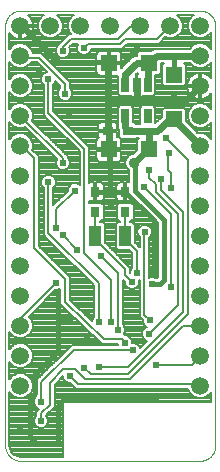
<source format=gbl>
G75*
%MOIN*%
%OFA0B0*%
%FSLAX25Y25*%
%IPPOS*%
%LPD*%
%AMOC8*
5,1,8,0,0,1.08239X$1,22.5*
%
%ADD10C,0.00000*%
%ADD11R,0.05512X0.05512*%
%ADD12R,0.03543X0.03150*%
%ADD13R,0.03150X0.03543*%
%ADD14C,0.05937*%
%ADD15R,0.03937X0.07087*%
%ADD16R,0.02717X0.04724*%
%ADD17C,0.02400*%
%ADD18C,0.01600*%
%ADD19C,0.00800*%
%ADD20C,0.02400*%
%ADD21C,0.03562*%
%ADD22C,0.01200*%
D10*
X0006400Y0008900D02*
X0006400Y0148900D01*
X0006402Y0149040D01*
X0006408Y0149180D01*
X0006418Y0149320D01*
X0006431Y0149460D01*
X0006449Y0149599D01*
X0006471Y0149738D01*
X0006496Y0149875D01*
X0006525Y0150013D01*
X0006558Y0150149D01*
X0006595Y0150284D01*
X0006636Y0150418D01*
X0006681Y0150551D01*
X0006729Y0150683D01*
X0006781Y0150813D01*
X0006836Y0150942D01*
X0006895Y0151069D01*
X0006958Y0151195D01*
X0007024Y0151319D01*
X0007093Y0151440D01*
X0007166Y0151560D01*
X0007243Y0151678D01*
X0007322Y0151793D01*
X0007405Y0151907D01*
X0007491Y0152017D01*
X0007580Y0152126D01*
X0007672Y0152232D01*
X0007767Y0152335D01*
X0007864Y0152436D01*
X0007965Y0152533D01*
X0008068Y0152628D01*
X0008174Y0152720D01*
X0008283Y0152809D01*
X0008393Y0152895D01*
X0008507Y0152978D01*
X0008622Y0153057D01*
X0008740Y0153134D01*
X0008860Y0153207D01*
X0008981Y0153276D01*
X0009105Y0153342D01*
X0009231Y0153405D01*
X0009358Y0153464D01*
X0009487Y0153519D01*
X0009617Y0153571D01*
X0009749Y0153619D01*
X0009882Y0153664D01*
X0010016Y0153705D01*
X0010151Y0153742D01*
X0010287Y0153775D01*
X0010425Y0153804D01*
X0010562Y0153829D01*
X0010701Y0153851D01*
X0010840Y0153869D01*
X0010980Y0153882D01*
X0011120Y0153892D01*
X0011260Y0153898D01*
X0011400Y0153900D01*
X0071400Y0153900D01*
X0071540Y0153898D01*
X0071680Y0153892D01*
X0071820Y0153882D01*
X0071960Y0153869D01*
X0072099Y0153851D01*
X0072238Y0153829D01*
X0072375Y0153804D01*
X0072513Y0153775D01*
X0072649Y0153742D01*
X0072784Y0153705D01*
X0072918Y0153664D01*
X0073051Y0153619D01*
X0073183Y0153571D01*
X0073313Y0153519D01*
X0073442Y0153464D01*
X0073569Y0153405D01*
X0073695Y0153342D01*
X0073819Y0153276D01*
X0073940Y0153207D01*
X0074060Y0153134D01*
X0074178Y0153057D01*
X0074293Y0152978D01*
X0074407Y0152895D01*
X0074517Y0152809D01*
X0074626Y0152720D01*
X0074732Y0152628D01*
X0074835Y0152533D01*
X0074936Y0152436D01*
X0075033Y0152335D01*
X0075128Y0152232D01*
X0075220Y0152126D01*
X0075309Y0152017D01*
X0075395Y0151907D01*
X0075478Y0151793D01*
X0075557Y0151678D01*
X0075634Y0151560D01*
X0075707Y0151440D01*
X0075776Y0151319D01*
X0075842Y0151195D01*
X0075905Y0151069D01*
X0075964Y0150942D01*
X0076019Y0150813D01*
X0076071Y0150683D01*
X0076119Y0150551D01*
X0076164Y0150418D01*
X0076205Y0150284D01*
X0076242Y0150149D01*
X0076275Y0150013D01*
X0076304Y0149875D01*
X0076329Y0149738D01*
X0076351Y0149599D01*
X0076369Y0149460D01*
X0076382Y0149320D01*
X0076392Y0149180D01*
X0076398Y0149040D01*
X0076400Y0148900D01*
X0076400Y0008900D01*
X0076398Y0008760D01*
X0076392Y0008620D01*
X0076382Y0008480D01*
X0076369Y0008340D01*
X0076351Y0008201D01*
X0076329Y0008062D01*
X0076304Y0007925D01*
X0076275Y0007787D01*
X0076242Y0007651D01*
X0076205Y0007516D01*
X0076164Y0007382D01*
X0076119Y0007249D01*
X0076071Y0007117D01*
X0076019Y0006987D01*
X0075964Y0006858D01*
X0075905Y0006731D01*
X0075842Y0006605D01*
X0075776Y0006481D01*
X0075707Y0006360D01*
X0075634Y0006240D01*
X0075557Y0006122D01*
X0075478Y0006007D01*
X0075395Y0005893D01*
X0075309Y0005783D01*
X0075220Y0005674D01*
X0075128Y0005568D01*
X0075033Y0005465D01*
X0074936Y0005364D01*
X0074835Y0005267D01*
X0074732Y0005172D01*
X0074626Y0005080D01*
X0074517Y0004991D01*
X0074407Y0004905D01*
X0074293Y0004822D01*
X0074178Y0004743D01*
X0074060Y0004666D01*
X0073940Y0004593D01*
X0073819Y0004524D01*
X0073695Y0004458D01*
X0073569Y0004395D01*
X0073442Y0004336D01*
X0073313Y0004281D01*
X0073183Y0004229D01*
X0073051Y0004181D01*
X0072918Y0004136D01*
X0072784Y0004095D01*
X0072649Y0004058D01*
X0072513Y0004025D01*
X0072375Y0003996D01*
X0072238Y0003971D01*
X0072099Y0003949D01*
X0071960Y0003931D01*
X0071820Y0003918D01*
X0071680Y0003908D01*
X0071540Y0003902D01*
X0071400Y0003900D01*
X0011400Y0003900D01*
X0011260Y0003902D01*
X0011120Y0003908D01*
X0010980Y0003918D01*
X0010840Y0003931D01*
X0010701Y0003949D01*
X0010562Y0003971D01*
X0010425Y0003996D01*
X0010287Y0004025D01*
X0010151Y0004058D01*
X0010016Y0004095D01*
X0009882Y0004136D01*
X0009749Y0004181D01*
X0009617Y0004229D01*
X0009487Y0004281D01*
X0009358Y0004336D01*
X0009231Y0004395D01*
X0009105Y0004458D01*
X0008981Y0004524D01*
X0008860Y0004593D01*
X0008740Y0004666D01*
X0008622Y0004743D01*
X0008507Y0004822D01*
X0008393Y0004905D01*
X0008283Y0004991D01*
X0008174Y0005080D01*
X0008068Y0005172D01*
X0007965Y0005267D01*
X0007864Y0005364D01*
X0007767Y0005465D01*
X0007672Y0005568D01*
X0007580Y0005674D01*
X0007491Y0005783D01*
X0007405Y0005893D01*
X0007322Y0006007D01*
X0007243Y0006122D01*
X0007166Y0006240D01*
X0007093Y0006360D01*
X0007024Y0006481D01*
X0006958Y0006605D01*
X0006895Y0006731D01*
X0006836Y0006858D01*
X0006781Y0006987D01*
X0006729Y0007117D01*
X0006681Y0007249D01*
X0006636Y0007382D01*
X0006595Y0007516D01*
X0006558Y0007651D01*
X0006525Y0007787D01*
X0006496Y0007925D01*
X0006471Y0008062D01*
X0006449Y0008201D01*
X0006431Y0008340D01*
X0006418Y0008480D01*
X0006408Y0008620D01*
X0006402Y0008760D01*
X0006400Y0008900D01*
D11*
X0040957Y0107650D03*
X0054343Y0107650D03*
X0062650Y0117670D03*
X0062650Y0132630D03*
X0054343Y0136400D03*
X0040957Y0136400D03*
D12*
X0040554Y0113900D03*
X0047246Y0113900D03*
D13*
X0046400Y0093496D03*
X0046400Y0086804D03*
X0036400Y0086804D03*
X0036400Y0093496D03*
D14*
X0011400Y0088900D03*
X0011400Y0078900D03*
X0011400Y0068900D03*
X0011400Y0058900D03*
X0011400Y0048900D03*
X0011400Y0038900D03*
X0011400Y0028900D03*
X0011400Y0098900D03*
X0011400Y0108900D03*
X0011400Y0118900D03*
X0011400Y0128900D03*
X0011400Y0138900D03*
X0011400Y0148900D03*
X0021400Y0148900D03*
X0031400Y0148900D03*
X0041400Y0148900D03*
X0051400Y0148900D03*
X0061400Y0148900D03*
X0071400Y0148900D03*
X0071400Y0138900D03*
X0071400Y0128900D03*
X0071400Y0118900D03*
X0071400Y0108900D03*
X0071400Y0098900D03*
X0071400Y0088900D03*
X0071400Y0078900D03*
X0071400Y0068900D03*
X0071400Y0058900D03*
X0071400Y0048900D03*
X0071400Y0038900D03*
X0071400Y0028900D03*
D15*
X0046321Y0078900D03*
X0036479Y0078900D03*
D16*
X0046410Y0118781D03*
X0046410Y0129019D03*
X0050150Y0129019D03*
X0053890Y0129019D03*
X0053890Y0118781D03*
D17*
X0055150Y0113900D02*
X0054343Y0113093D01*
X0054343Y0107650D01*
X0054343Y0106943D01*
X0053193Y0106943D01*
X0052650Y0106400D01*
X0049350Y0103200D01*
X0049600Y0102950D01*
X0047246Y0113900D02*
X0055150Y0113900D01*
X0057025Y0113900D01*
X0061420Y0117670D01*
X0062650Y0117670D01*
X0071400Y0108920D01*
X0071400Y0108900D01*
X0066400Y0123900D02*
X0050150Y0123900D01*
X0041804Y0123900D01*
X0040554Y0122650D01*
X0040554Y0135996D01*
X0040957Y0136400D01*
X0046410Y0132660D02*
X0046410Y0129019D01*
X0046410Y0132660D02*
X0050150Y0136400D01*
X0054343Y0136400D01*
X0053890Y0135947D01*
X0053890Y0129019D01*
X0055150Y0135593D02*
X0054343Y0136400D01*
X0056843Y0138900D01*
X0062650Y0138900D01*
X0071400Y0138900D01*
X0071400Y0128900D02*
X0066400Y0123900D01*
X0050150Y0123900D02*
X0050150Y0129019D01*
X0046410Y0118781D02*
X0046400Y0118772D01*
X0046400Y0115150D01*
X0047246Y0114304D01*
X0047246Y0113900D01*
X0040957Y0113093D02*
X0040957Y0107650D01*
X0040957Y0113093D02*
X0040150Y0113900D01*
X0040554Y0113900D02*
X0040554Y0122650D01*
X0024000Y0136700D02*
X0012000Y0148700D01*
D18*
X0024000Y0136700D02*
X0041325Y0136700D01*
X0041325Y0106475D02*
X0041325Y0093500D01*
X0036800Y0093500D01*
X0041325Y0093500D02*
X0046400Y0093500D01*
X0046400Y0093496D02*
X0055825Y0084071D01*
X0055825Y0066475D01*
X0055200Y0062675D02*
X0057900Y0062675D01*
X0059375Y0064250D01*
X0059375Y0084075D01*
X0049600Y0093850D01*
X0049600Y0102950D01*
X0062650Y0132630D02*
X0062650Y0138900D01*
X0024000Y0059900D02*
X0024000Y0051100D01*
X0028000Y0051100D01*
X0024000Y0051100D02*
X0024000Y0040625D01*
X0016225Y0032850D01*
X0016225Y0026625D01*
X0014750Y0024750D01*
X0014750Y0011800D01*
X0016800Y0009750D01*
X0024000Y0009750D01*
X0024000Y0009500D01*
X0024000Y0009750D02*
X0024000Y0022300D01*
X0026400Y0024700D01*
X0056800Y0024700D01*
D19*
X0062501Y0023591D02*
X0025949Y0023591D01*
X0025715Y0023357D01*
X0025715Y0005300D01*
X0011400Y0005300D01*
X0010698Y0005369D01*
X0009400Y0005907D01*
X0008407Y0006900D01*
X0007869Y0008198D01*
X0007800Y0008900D01*
X0007800Y0026698D01*
X0007866Y0026539D01*
X0009039Y0025366D01*
X0010571Y0024731D01*
X0012229Y0024731D01*
X0013761Y0025366D01*
X0014934Y0026539D01*
X0015568Y0028071D01*
X0015568Y0029729D01*
X0014934Y0031261D01*
X0013761Y0032434D01*
X0012229Y0033068D01*
X0010571Y0033068D01*
X0009039Y0032434D01*
X0007866Y0031261D01*
X0007800Y0031102D01*
X0007800Y0036698D01*
X0007866Y0036539D01*
X0009039Y0035366D01*
X0010571Y0034731D01*
X0012229Y0034731D01*
X0013761Y0035366D01*
X0014934Y0036539D01*
X0015568Y0038071D01*
X0015568Y0039729D01*
X0014934Y0041261D01*
X0013761Y0042434D01*
X0012229Y0043068D01*
X0010571Y0043068D01*
X0009039Y0042434D01*
X0007866Y0041261D01*
X0007800Y0041102D01*
X0007800Y0046698D01*
X0007866Y0046539D01*
X0009039Y0045366D01*
X0010571Y0044731D01*
X0012229Y0044731D01*
X0013761Y0045366D01*
X0014934Y0046539D01*
X0015568Y0048071D01*
X0015568Y0049729D01*
X0014934Y0051261D01*
X0014279Y0051916D01*
X0023063Y0060700D01*
X0023677Y0060700D01*
X0024559Y0061065D01*
X0024800Y0061306D01*
X0024800Y0057339D01*
X0024784Y0057323D01*
X0024800Y0056680D01*
X0024800Y0056037D01*
X0024816Y0056021D01*
X0024817Y0055997D01*
X0025283Y0055554D01*
X0025737Y0055100D01*
X0025761Y0055100D01*
X0038083Y0043379D01*
X0038537Y0042925D01*
X0038561Y0042925D01*
X0038577Y0042909D01*
X0039220Y0042925D01*
X0044000Y0042925D01*
X0044000Y0042798D01*
X0044134Y0042475D01*
X0028487Y0042475D01*
X0027550Y0041538D01*
X0016800Y0030788D01*
X0016800Y0025319D01*
X0016365Y0024884D01*
X0016000Y0024002D01*
X0016000Y0023048D01*
X0016365Y0022166D01*
X0017041Y0021490D01*
X0017703Y0021216D01*
X0016800Y0020313D01*
X0016800Y0018944D01*
X0016365Y0018509D01*
X0016000Y0017627D01*
X0016000Y0016673D01*
X0016365Y0015791D01*
X0017041Y0015115D01*
X0017923Y0014750D01*
X0018877Y0014750D01*
X0019759Y0015115D01*
X0020435Y0015791D01*
X0020800Y0016673D01*
X0020800Y0017627D01*
X0020435Y0018509D01*
X0020000Y0018944D01*
X0020000Y0018987D01*
X0022825Y0021812D01*
X0022825Y0029312D01*
X0025600Y0032087D01*
X0025600Y0031598D01*
X0025965Y0030716D01*
X0026641Y0030040D01*
X0027523Y0029675D01*
X0028137Y0029675D01*
X0028975Y0028837D01*
X0029912Y0027900D01*
X0067302Y0027900D01*
X0067866Y0026539D01*
X0069039Y0025366D01*
X0070571Y0024731D01*
X0072229Y0024731D01*
X0073761Y0025366D01*
X0074934Y0026539D01*
X0075000Y0026698D01*
X0075000Y0023575D01*
X0062517Y0023575D01*
X0062501Y0023591D01*
X0067652Y0027057D02*
X0022825Y0027057D01*
X0022825Y0027855D02*
X0067321Y0027855D01*
X0068147Y0026258D02*
X0022825Y0026258D01*
X0022825Y0025460D02*
X0068945Y0025460D01*
X0071400Y0028900D02*
X0071200Y0029500D01*
X0030575Y0029500D01*
X0028000Y0032075D01*
X0025827Y0031049D02*
X0024562Y0031049D01*
X0023764Y0030251D02*
X0026430Y0030251D01*
X0025600Y0031848D02*
X0025361Y0031848D01*
X0025775Y0034525D02*
X0029525Y0034525D01*
X0032950Y0031100D01*
X0048000Y0031100D01*
X0065600Y0048700D01*
X0071200Y0048700D01*
X0071400Y0048900D01*
X0067200Y0052700D02*
X0047200Y0032700D01*
X0035025Y0032700D01*
X0032800Y0034925D01*
X0029150Y0040875D02*
X0048975Y0040875D01*
X0050051Y0043027D02*
X0052864Y0043027D01*
X0052066Y0042229D02*
X0051012Y0042229D01*
X0051010Y0042234D02*
X0050334Y0042910D01*
X0049452Y0043275D01*
X0048800Y0043275D01*
X0048800Y0043752D01*
X0048435Y0044634D01*
X0047759Y0045310D01*
X0046877Y0045675D01*
X0046263Y0045675D01*
X0045903Y0046034D01*
X0046035Y0046166D01*
X0046400Y0047048D01*
X0046400Y0048002D01*
X0046035Y0048884D01*
X0045600Y0049319D01*
X0045600Y0064312D01*
X0045737Y0064175D01*
X0046225Y0063687D01*
X0046225Y0062973D01*
X0046590Y0062091D01*
X0047266Y0061415D01*
X0048148Y0061050D01*
X0049102Y0061050D01*
X0049984Y0061415D01*
X0050660Y0062091D01*
X0051025Y0062973D01*
X0051025Y0063927D01*
X0050951Y0064106D01*
X0051200Y0064209D01*
X0051200Y0051937D01*
X0052350Y0050787D01*
X0052350Y0050173D01*
X0052715Y0049291D01*
X0053391Y0048615D01*
X0053625Y0048518D01*
X0052941Y0048235D01*
X0052265Y0047559D01*
X0051900Y0046677D01*
X0051900Y0045723D01*
X0052265Y0044841D01*
X0052941Y0044165D01*
X0053692Y0043854D01*
X0051321Y0041483D01*
X0051010Y0042234D01*
X0052482Y0044624D02*
X0048439Y0044624D01*
X0048770Y0043826D02*
X0053663Y0043826D01*
X0052024Y0045423D02*
X0047487Y0045423D01*
X0046388Y0047020D02*
X0052042Y0047020D01*
X0051900Y0046221D02*
X0046058Y0046221D01*
X0046400Y0047818D02*
X0052524Y0047818D01*
X0053389Y0048617D02*
X0046146Y0048617D01*
X0045600Y0049415D02*
X0052664Y0049415D01*
X0052350Y0050214D02*
X0045600Y0050214D01*
X0045600Y0051012D02*
X0052125Y0051012D01*
X0051327Y0051811D02*
X0045600Y0051811D01*
X0045600Y0052609D02*
X0051200Y0052609D01*
X0051200Y0053408D02*
X0045600Y0053408D01*
X0045600Y0054206D02*
X0051200Y0054206D01*
X0051200Y0055005D02*
X0045600Y0055005D01*
X0045600Y0055803D02*
X0051200Y0055803D01*
X0051200Y0056602D02*
X0045600Y0056602D01*
X0045600Y0057400D02*
X0051200Y0057400D01*
X0051200Y0058199D02*
X0045600Y0058199D01*
X0045600Y0058997D02*
X0051200Y0058997D01*
X0051200Y0059796D02*
X0045600Y0059796D01*
X0045600Y0060594D02*
X0051200Y0060594D01*
X0051200Y0061393D02*
X0049930Y0061393D01*
X0050701Y0062191D02*
X0051200Y0062191D01*
X0051200Y0062990D02*
X0051025Y0062990D01*
X0051025Y0063788D02*
X0051200Y0063788D01*
X0050400Y0066475D02*
X0050400Y0073675D01*
X0047650Y0076400D01*
X0046400Y0077650D01*
X0046400Y0078300D01*
X0046321Y0078900D01*
X0046321Y0086804D01*
X0046400Y0086804D01*
X0047921Y0083832D02*
X0048472Y0083832D01*
X0049175Y0084535D01*
X0049175Y0089072D01*
X0048472Y0089775D01*
X0044328Y0089775D01*
X0043625Y0089072D01*
X0043625Y0084535D01*
X0044328Y0083832D01*
X0044721Y0083832D01*
X0044721Y0083643D01*
X0043856Y0083643D01*
X0043153Y0082940D01*
X0043153Y0074860D01*
X0043856Y0074157D01*
X0047641Y0074157D01*
X0048800Y0073008D01*
X0048800Y0068269D01*
X0048365Y0067834D01*
X0048000Y0066952D01*
X0048000Y0066438D01*
X0048000Y0068313D01*
X0039647Y0076665D01*
X0039647Y0082940D01*
X0038944Y0083643D01*
X0038000Y0083643D01*
X0038000Y0083832D01*
X0038472Y0083832D01*
X0039175Y0084535D01*
X0039175Y0089072D01*
X0038472Y0089775D01*
X0034400Y0089775D01*
X0034400Y0090389D01*
X0034641Y0090325D01*
X0036013Y0090325D01*
X0036013Y0093109D01*
X0036787Y0093109D01*
X0036787Y0090325D01*
X0038159Y0090325D01*
X0038515Y0090420D01*
X0038834Y0090605D01*
X0039095Y0090865D01*
X0039279Y0091184D01*
X0039375Y0091540D01*
X0039375Y0093109D01*
X0036787Y0093109D01*
X0036787Y0093884D01*
X0036013Y0093884D01*
X0036013Y0096668D01*
X0034641Y0096668D01*
X0034400Y0096604D01*
X0034400Y0108563D01*
X0033463Y0109500D01*
X0033463Y0109500D01*
X0022400Y0120563D01*
X0022400Y0129306D01*
X0022835Y0129741D01*
X0023146Y0130492D01*
X0024800Y0128837D01*
X0024800Y0128094D01*
X0024365Y0127659D01*
X0024000Y0126777D01*
X0024000Y0125823D01*
X0024365Y0124941D01*
X0025041Y0124265D01*
X0025923Y0123900D01*
X0026877Y0123900D01*
X0027759Y0124265D01*
X0028435Y0124941D01*
X0028800Y0125823D01*
X0028800Y0126777D01*
X0028435Y0127659D01*
X0028000Y0128094D01*
X0028000Y0130163D01*
X0027063Y0131100D01*
X0018263Y0139900D01*
X0015498Y0139900D01*
X0014934Y0141261D01*
X0013761Y0142434D01*
X0012229Y0143068D01*
X0010571Y0143068D01*
X0009039Y0142434D01*
X0007866Y0141261D01*
X0007800Y0141102D01*
X0007800Y0146423D01*
X0008068Y0146054D01*
X0008554Y0145568D01*
X0009110Y0145164D01*
X0009723Y0144852D01*
X0010377Y0144639D01*
X0011000Y0144540D01*
X0011000Y0148500D01*
X0011800Y0148500D01*
X0011800Y0149300D01*
X0015760Y0149300D01*
X0015661Y0149923D01*
X0015448Y0150577D01*
X0015136Y0151190D01*
X0014732Y0151746D01*
X0014246Y0152232D01*
X0013877Y0152500D01*
X0019198Y0152500D01*
X0019039Y0152434D01*
X0017866Y0151261D01*
X0017231Y0149729D01*
X0017231Y0148071D01*
X0017866Y0146539D01*
X0019039Y0145366D01*
X0020571Y0144731D01*
X0022229Y0144731D01*
X0023761Y0145366D01*
X0024934Y0146539D01*
X0025568Y0148071D01*
X0025568Y0149729D01*
X0024934Y0151261D01*
X0023761Y0152434D01*
X0023602Y0152500D01*
X0029198Y0152500D01*
X0029039Y0152434D01*
X0027866Y0151261D01*
X0027231Y0149729D01*
X0027231Y0148071D01*
X0027866Y0146539D01*
X0028280Y0146125D01*
X0027612Y0146125D01*
X0026675Y0145188D01*
X0024937Y0143450D01*
X0024000Y0142513D01*
X0024000Y0142394D01*
X0023565Y0141959D01*
X0023200Y0141077D01*
X0023200Y0140123D01*
X0023565Y0139241D01*
X0024241Y0138565D01*
X0025123Y0138200D01*
X0026077Y0138200D01*
X0026959Y0138565D01*
X0027635Y0139241D01*
X0028000Y0140123D01*
X0028000Y0141077D01*
X0027733Y0141721D01*
X0028938Y0142925D01*
X0030781Y0142925D01*
X0030615Y0142759D01*
X0030250Y0141877D01*
X0030250Y0140923D01*
X0030615Y0140041D01*
X0031291Y0139365D01*
X0032173Y0139000D01*
X0033127Y0139000D01*
X0034009Y0139365D01*
X0034685Y0140041D01*
X0035050Y0140923D01*
X0035050Y0141050D01*
X0045188Y0141050D01*
X0047063Y0142925D01*
X0057688Y0142925D01*
X0059810Y0145047D01*
X0060571Y0144731D01*
X0062229Y0144731D01*
X0063761Y0145366D01*
X0064934Y0146539D01*
X0065568Y0148071D01*
X0065568Y0149729D01*
X0064934Y0151261D01*
X0063761Y0152434D01*
X0063602Y0152500D01*
X0069198Y0152500D01*
X0069039Y0152434D01*
X0067866Y0151261D01*
X0067231Y0149729D01*
X0067231Y0148071D01*
X0067866Y0146539D01*
X0069039Y0145366D01*
X0070571Y0144731D01*
X0072229Y0144731D01*
X0073761Y0145366D01*
X0074934Y0146539D01*
X0075000Y0146698D01*
X0075000Y0141102D01*
X0074934Y0141261D01*
X0073761Y0142434D01*
X0072229Y0143068D01*
X0070571Y0143068D01*
X0069039Y0142434D01*
X0067905Y0141300D01*
X0056366Y0141300D01*
X0055483Y0140935D01*
X0054905Y0140356D01*
X0051090Y0140356D01*
X0050387Y0139653D01*
X0050387Y0138800D01*
X0049673Y0138800D01*
X0048791Y0138435D01*
X0048115Y0137759D01*
X0045113Y0134757D01*
X0045113Y0136000D01*
X0041357Y0136000D01*
X0041357Y0132244D01*
X0043897Y0132244D01*
X0044010Y0132274D01*
X0044010Y0132036D01*
X0043852Y0131878D01*
X0043852Y0126159D01*
X0044555Y0125456D01*
X0048070Y0125456D01*
X0048251Y0125352D01*
X0048607Y0125256D01*
X0049871Y0125256D01*
X0049871Y0128739D01*
X0050429Y0128739D01*
X0050429Y0125256D01*
X0051693Y0125256D01*
X0052049Y0125352D01*
X0052230Y0125456D01*
X0055745Y0125456D01*
X0056448Y0126159D01*
X0056448Y0131878D01*
X0056290Y0132036D01*
X0056290Y0132444D01*
X0057596Y0132444D01*
X0058299Y0133147D01*
X0058299Y0136500D01*
X0059311Y0136500D01*
X0058694Y0135883D01*
X0058694Y0129377D01*
X0059397Y0128674D01*
X0065903Y0128674D01*
X0066606Y0129377D01*
X0066606Y0135883D01*
X0065989Y0136500D01*
X0067905Y0136500D01*
X0069039Y0135366D01*
X0070571Y0134731D01*
X0072229Y0134731D01*
X0073761Y0135366D01*
X0074934Y0136539D01*
X0075000Y0136698D01*
X0075000Y0131377D01*
X0074732Y0131746D01*
X0074246Y0132232D01*
X0073690Y0132636D01*
X0073077Y0132948D01*
X0072423Y0133161D01*
X0071800Y0133260D01*
X0071800Y0129300D01*
X0071000Y0129300D01*
X0071000Y0133260D01*
X0070377Y0133161D01*
X0069723Y0132948D01*
X0069110Y0132636D01*
X0068554Y0132232D01*
X0068068Y0131746D01*
X0067664Y0131190D01*
X0067352Y0130577D01*
X0067139Y0129923D01*
X0067040Y0129300D01*
X0071000Y0129300D01*
X0071000Y0128500D01*
X0071800Y0128500D01*
X0071800Y0124540D01*
X0072423Y0124639D01*
X0073077Y0124852D01*
X0073690Y0125164D01*
X0074246Y0125568D01*
X0074732Y0126054D01*
X0075000Y0126423D01*
X0075000Y0121102D01*
X0074934Y0121261D01*
X0073761Y0122434D01*
X0072229Y0123068D01*
X0070571Y0123068D01*
X0069039Y0122434D01*
X0067866Y0121261D01*
X0067231Y0119729D01*
X0067231Y0118071D01*
X0067866Y0116539D01*
X0069039Y0115366D01*
X0070571Y0114731D01*
X0072229Y0114731D01*
X0073761Y0115366D01*
X0074934Y0116539D01*
X0075000Y0116698D01*
X0075000Y0111102D01*
X0074934Y0111261D01*
X0073761Y0112434D01*
X0072229Y0113068D01*
X0070645Y0113068D01*
X0066606Y0117108D01*
X0066606Y0120923D01*
X0065903Y0121626D01*
X0059397Y0121626D01*
X0058694Y0120923D01*
X0058694Y0118494D01*
X0056448Y0116567D01*
X0056448Y0121641D01*
X0055745Y0122344D01*
X0052035Y0122344D01*
X0051332Y0121641D01*
X0051332Y0116300D01*
X0049890Y0116300D01*
X0049515Y0116675D01*
X0048968Y0116675D01*
X0048968Y0121641D01*
X0048265Y0122344D01*
X0044555Y0122344D01*
X0043852Y0121641D01*
X0043852Y0115922D01*
X0044000Y0115774D01*
X0044000Y0114673D01*
X0044275Y0114009D01*
X0044275Y0111828D01*
X0044978Y0111125D01*
X0049515Y0111125D01*
X0049890Y0111500D01*
X0050984Y0111500D01*
X0050387Y0110903D01*
X0050387Y0107549D01*
X0048977Y0106181D01*
X0048757Y0106181D01*
X0047661Y0105727D01*
X0046823Y0104889D01*
X0046369Y0103793D01*
X0046369Y0102607D01*
X0046823Y0101511D01*
X0047600Y0100734D01*
X0047600Y0096668D01*
X0046787Y0096668D01*
X0046787Y0093884D01*
X0046013Y0093884D01*
X0046013Y0096668D01*
X0044641Y0096668D01*
X0044285Y0096573D01*
X0043966Y0096388D01*
X0043705Y0096128D01*
X0043521Y0095808D01*
X0043425Y0095452D01*
X0043425Y0093884D01*
X0046013Y0093884D01*
X0046013Y0093109D01*
X0046787Y0093109D01*
X0046787Y0090325D01*
X0048159Y0090325D01*
X0048515Y0090420D01*
X0048834Y0090605D01*
X0049095Y0090865D01*
X0049279Y0091184D01*
X0049313Y0091309D01*
X0057375Y0083247D01*
X0057375Y0065040D01*
X0057033Y0064675D01*
X0056594Y0064675D01*
X0056559Y0064710D01*
X0055677Y0065075D01*
X0054723Y0065075D01*
X0054400Y0064941D01*
X0054400Y0078306D01*
X0054910Y0078816D01*
X0055275Y0079698D01*
X0055275Y0080652D01*
X0054910Y0081534D01*
X0054234Y0082210D01*
X0053352Y0082575D01*
X0052398Y0082575D01*
X0051516Y0082210D01*
X0050840Y0081534D01*
X0050475Y0080652D01*
X0050475Y0079698D01*
X0050840Y0078816D01*
X0051176Y0078479D01*
X0051165Y0078279D01*
X0051200Y0078240D01*
X0051200Y0075138D01*
X0051063Y0075275D01*
X0051058Y0075275D01*
X0049490Y0076829D01*
X0049490Y0082940D01*
X0048787Y0083643D01*
X0047921Y0083643D01*
X0047921Y0083832D01*
X0047921Y0083751D02*
X0056870Y0083751D01*
X0057375Y0082953D02*
X0049477Y0082953D01*
X0049490Y0082154D02*
X0051460Y0082154D01*
X0050766Y0081356D02*
X0049490Y0081356D01*
X0049490Y0080557D02*
X0050475Y0080557D01*
X0050475Y0079759D02*
X0049490Y0079759D01*
X0049490Y0078960D02*
X0050780Y0078960D01*
X0051200Y0078162D02*
X0049490Y0078162D01*
X0049490Y0077363D02*
X0051200Y0077363D01*
X0051200Y0076565D02*
X0049757Y0076565D01*
X0050563Y0075766D02*
X0051200Y0075766D01*
X0052800Y0078850D02*
X0052875Y0080175D01*
X0052800Y0078850D02*
X0052800Y0052600D01*
X0054750Y0050650D01*
X0054300Y0046200D02*
X0064000Y0055900D01*
X0064000Y0086125D01*
X0056625Y0093500D01*
X0056625Y0096075D01*
X0054400Y0098300D01*
X0054400Y0100700D01*
X0052775Y0095100D02*
X0052775Y0095025D01*
X0061600Y0086200D01*
X0061600Y0061850D01*
X0057375Y0065385D02*
X0054400Y0065385D01*
X0054400Y0066184D02*
X0057375Y0066184D01*
X0057375Y0066982D02*
X0054400Y0066982D01*
X0054400Y0067781D02*
X0057375Y0067781D01*
X0057375Y0068579D02*
X0054400Y0068579D01*
X0054400Y0069378D02*
X0057375Y0069378D01*
X0057375Y0070176D02*
X0054400Y0070176D01*
X0054400Y0070975D02*
X0057375Y0070975D01*
X0057375Y0071773D02*
X0054400Y0071773D01*
X0054400Y0072572D02*
X0057375Y0072572D01*
X0057375Y0073370D02*
X0054400Y0073370D01*
X0054400Y0074169D02*
X0057375Y0074169D01*
X0057375Y0074968D02*
X0054400Y0074968D01*
X0054400Y0075766D02*
X0057375Y0075766D01*
X0057375Y0076565D02*
X0054400Y0076565D01*
X0054400Y0077363D02*
X0057375Y0077363D01*
X0057375Y0078162D02*
X0054400Y0078162D01*
X0054969Y0078960D02*
X0057375Y0078960D01*
X0057375Y0079759D02*
X0055275Y0079759D01*
X0055275Y0080557D02*
X0057375Y0080557D01*
X0057375Y0081356D02*
X0054984Y0081356D01*
X0054290Y0082154D02*
X0057375Y0082154D01*
X0056072Y0084550D02*
X0049175Y0084550D01*
X0049175Y0085348D02*
X0055273Y0085348D01*
X0054475Y0086147D02*
X0049175Y0086147D01*
X0049175Y0086945D02*
X0053676Y0086945D01*
X0052878Y0087744D02*
X0049175Y0087744D01*
X0049175Y0088542D02*
X0052079Y0088542D01*
X0051281Y0089341D02*
X0048906Y0089341D01*
X0049137Y0090938D02*
X0049684Y0090938D01*
X0050482Y0090139D02*
X0034400Y0090139D01*
X0036013Y0090938D02*
X0036787Y0090938D01*
X0036787Y0091736D02*
X0036013Y0091736D01*
X0036013Y0092535D02*
X0036787Y0092535D01*
X0036787Y0093333D02*
X0046013Y0093333D01*
X0046013Y0093109D02*
X0043425Y0093109D01*
X0043425Y0091540D01*
X0043521Y0091184D01*
X0043705Y0090865D01*
X0043966Y0090605D01*
X0044285Y0090420D01*
X0044641Y0090325D01*
X0046013Y0090325D01*
X0046013Y0093109D01*
X0046400Y0093496D02*
X0046400Y0092700D01*
X0046013Y0092535D02*
X0046787Y0092535D01*
X0046787Y0091736D02*
X0046013Y0091736D01*
X0046013Y0090938D02*
X0046787Y0090938D01*
X0046400Y0093496D02*
X0046400Y0093500D01*
X0046013Y0094132D02*
X0046787Y0094132D01*
X0046787Y0094930D02*
X0046013Y0094930D01*
X0046013Y0095729D02*
X0046787Y0095729D01*
X0046787Y0096527D02*
X0046013Y0096527D01*
X0047600Y0097326D02*
X0034400Y0097326D01*
X0034400Y0098124D02*
X0047600Y0098124D01*
X0047600Y0098923D02*
X0034400Y0098923D01*
X0034400Y0099721D02*
X0047600Y0099721D01*
X0047600Y0100520D02*
X0034400Y0100520D01*
X0034400Y0101318D02*
X0047016Y0101318D01*
X0046572Y0102117D02*
X0034400Y0102117D01*
X0034400Y0102915D02*
X0046369Y0102915D01*
X0046369Y0103714D02*
X0044469Y0103714D01*
X0044573Y0103774D02*
X0044833Y0104034D01*
X0045018Y0104354D01*
X0045113Y0104710D01*
X0045113Y0107250D01*
X0041357Y0107250D01*
X0041357Y0103494D01*
X0043897Y0103494D01*
X0044253Y0103590D01*
X0044573Y0103774D01*
X0045060Y0104512D02*
X0046667Y0104512D01*
X0047245Y0105311D02*
X0045113Y0105311D01*
X0045113Y0106109D02*
X0048584Y0106109D01*
X0049726Y0106908D02*
X0045113Y0106908D01*
X0045113Y0108050D02*
X0045113Y0110590D01*
X0045018Y0110946D01*
X0044833Y0111266D01*
X0044573Y0111526D01*
X0044253Y0111710D01*
X0043897Y0111806D01*
X0043635Y0111806D01*
X0043725Y0112141D01*
X0043725Y0113513D01*
X0040941Y0113513D01*
X0040941Y0114287D01*
X0043725Y0114287D01*
X0043725Y0115659D01*
X0043630Y0116015D01*
X0043445Y0116334D01*
X0043185Y0116595D01*
X0042866Y0116779D01*
X0042510Y0116875D01*
X0040941Y0116875D01*
X0040941Y0114287D01*
X0040166Y0114287D01*
X0040166Y0113513D01*
X0037382Y0113513D01*
X0037382Y0112141D01*
X0037477Y0111785D01*
X0037555Y0111650D01*
X0037342Y0111526D01*
X0037081Y0111266D01*
X0036897Y0110946D01*
X0036801Y0110590D01*
X0036801Y0108050D01*
X0040557Y0108050D01*
X0040557Y0107250D01*
X0036801Y0107250D01*
X0036801Y0104710D01*
X0036897Y0104354D01*
X0037081Y0104034D01*
X0037342Y0103774D01*
X0037661Y0103590D01*
X0038017Y0103494D01*
X0040557Y0103494D01*
X0040557Y0107250D01*
X0041357Y0107250D01*
X0041357Y0108050D01*
X0040557Y0108050D01*
X0040557Y0111806D01*
X0040166Y0111806D01*
X0040166Y0113513D01*
X0040941Y0113513D01*
X0040941Y0110925D01*
X0041357Y0110925D01*
X0041357Y0108050D01*
X0045113Y0108050D01*
X0045113Y0108505D02*
X0050387Y0108505D01*
X0050387Y0109303D02*
X0045113Y0109303D01*
X0045113Y0110102D02*
X0050387Y0110102D01*
X0050387Y0110901D02*
X0045030Y0110901D01*
X0044404Y0111699D02*
X0044273Y0111699D01*
X0044275Y0112498D02*
X0043725Y0112498D01*
X0043725Y0113296D02*
X0044275Y0113296D01*
X0044239Y0114095D02*
X0040941Y0114095D01*
X0040554Y0113900D02*
X0040150Y0113900D01*
X0040166Y0114095D02*
X0028868Y0114095D01*
X0028070Y0114893D02*
X0037382Y0114893D01*
X0037382Y0114287D02*
X0040166Y0114287D01*
X0040166Y0116875D01*
X0038598Y0116875D01*
X0038241Y0116779D01*
X0037922Y0116595D01*
X0037662Y0116334D01*
X0037477Y0116015D01*
X0037382Y0115659D01*
X0037382Y0114287D01*
X0037382Y0113296D02*
X0029667Y0113296D01*
X0030465Y0112498D02*
X0037382Y0112498D01*
X0037527Y0111699D02*
X0031264Y0111699D01*
X0032062Y0110901D02*
X0036884Y0110901D01*
X0036801Y0110102D02*
X0032861Y0110102D01*
X0033659Y0109303D02*
X0036801Y0109303D01*
X0036801Y0108505D02*
X0034400Y0108505D01*
X0034400Y0107706D02*
X0040557Y0107706D01*
X0040957Y0107650D02*
X0041325Y0106475D01*
X0041357Y0106109D02*
X0040557Y0106109D01*
X0040557Y0105311D02*
X0041357Y0105311D01*
X0041357Y0104512D02*
X0040557Y0104512D01*
X0040557Y0103714D02*
X0041357Y0103714D01*
X0041357Y0106908D02*
X0040557Y0106908D01*
X0040957Y0107650D02*
X0043200Y0107900D01*
X0041357Y0107706D02*
X0050387Y0107706D01*
X0049700Y0116490D02*
X0051332Y0116490D01*
X0051332Y0117289D02*
X0048968Y0117289D01*
X0048968Y0118087D02*
X0051332Y0118087D01*
X0051332Y0118886D02*
X0048968Y0118886D01*
X0048968Y0119684D02*
X0051332Y0119684D01*
X0051332Y0120483D02*
X0048968Y0120483D01*
X0048968Y0121281D02*
X0051332Y0121281D01*
X0051771Y0122080D02*
X0048529Y0122080D01*
X0048542Y0125274D02*
X0028573Y0125274D01*
X0028800Y0126072D02*
X0043939Y0126072D01*
X0043852Y0126871D02*
X0028761Y0126871D01*
X0028425Y0127669D02*
X0043852Y0127669D01*
X0043852Y0128468D02*
X0028000Y0128468D01*
X0028000Y0129266D02*
X0043852Y0129266D01*
X0043852Y0130065D02*
X0028000Y0130065D01*
X0027299Y0130863D02*
X0043852Y0130863D01*
X0043852Y0131662D02*
X0026501Y0131662D01*
X0025702Y0132460D02*
X0037452Y0132460D01*
X0037342Y0132524D02*
X0037661Y0132340D01*
X0038017Y0132244D01*
X0040557Y0132244D01*
X0040557Y0136000D01*
X0036801Y0136000D01*
X0036801Y0133460D01*
X0036897Y0133104D01*
X0037081Y0132784D01*
X0037342Y0132524D01*
X0036855Y0133259D02*
X0024904Y0133259D01*
X0024105Y0134057D02*
X0036801Y0134057D01*
X0036801Y0134856D02*
X0023307Y0134856D01*
X0022508Y0135654D02*
X0036801Y0135654D01*
X0036801Y0136800D02*
X0040557Y0136800D01*
X0040557Y0136000D01*
X0041357Y0136000D01*
X0041357Y0136800D01*
X0040557Y0136800D01*
X0040557Y0140556D01*
X0038017Y0140556D01*
X0037661Y0140460D01*
X0037342Y0140276D01*
X0037081Y0140016D01*
X0036897Y0139696D01*
X0036801Y0139340D01*
X0036801Y0136800D01*
X0036801Y0137251D02*
X0020911Y0137251D01*
X0021710Y0136453D02*
X0040557Y0136453D01*
X0040957Y0136400D02*
X0041325Y0136700D01*
X0041357Y0136800D02*
X0045113Y0136800D01*
X0045113Y0139340D01*
X0045018Y0139696D01*
X0044833Y0140016D01*
X0044573Y0140276D01*
X0044253Y0140460D01*
X0043897Y0140556D01*
X0041357Y0140556D01*
X0041357Y0136800D01*
X0041357Y0136453D02*
X0046809Y0136453D01*
X0047607Y0137251D02*
X0045113Y0137251D01*
X0045113Y0138050D02*
X0048406Y0138050D01*
X0050387Y0138848D02*
X0045113Y0138848D01*
X0045031Y0139647D02*
X0050387Y0139647D01*
X0046979Y0142841D02*
X0070022Y0142841D01*
X0068647Y0142042D02*
X0046180Y0142042D01*
X0045382Y0141244D02*
X0056230Y0141244D01*
X0054994Y0140445D02*
X0044279Y0140445D01*
X0044525Y0142650D02*
X0046400Y0144525D01*
X0057025Y0144525D01*
X0061400Y0148900D01*
X0063448Y0145237D02*
X0069352Y0145237D01*
X0068370Y0146035D02*
X0064430Y0146035D01*
X0065056Y0146834D02*
X0067744Y0146834D01*
X0067413Y0147632D02*
X0065387Y0147632D01*
X0065568Y0148431D02*
X0067231Y0148431D01*
X0067231Y0149229D02*
X0065568Y0149229D01*
X0065445Y0150028D02*
X0067355Y0150028D01*
X0067686Y0150826D02*
X0065114Y0150826D01*
X0064571Y0151625D02*
X0068229Y0151625D01*
X0069028Y0152423D02*
X0063772Y0152423D01*
X0059201Y0144438D02*
X0075000Y0144438D01*
X0075000Y0145237D02*
X0073448Y0145237D01*
X0074430Y0146035D02*
X0075000Y0146035D01*
X0075000Y0143639D02*
X0058402Y0143639D01*
X0058299Y0136453D02*
X0059264Y0136453D01*
X0058694Y0135654D02*
X0058299Y0135654D01*
X0058299Y0134856D02*
X0058694Y0134856D01*
X0058694Y0134057D02*
X0058299Y0134057D01*
X0058299Y0133259D02*
X0058694Y0133259D01*
X0058694Y0132460D02*
X0057612Y0132460D01*
X0058694Y0131662D02*
X0056448Y0131662D01*
X0056448Y0130863D02*
X0058694Y0130863D01*
X0058694Y0130065D02*
X0056448Y0130065D01*
X0056448Y0129266D02*
X0058805Y0129266D01*
X0056448Y0128468D02*
X0067045Y0128468D01*
X0067040Y0128500D02*
X0067139Y0127877D01*
X0067352Y0127223D01*
X0067664Y0126610D01*
X0068068Y0126054D01*
X0068554Y0125568D01*
X0069110Y0125164D01*
X0069723Y0124852D01*
X0070377Y0124639D01*
X0071000Y0124540D01*
X0071000Y0128500D01*
X0067040Y0128500D01*
X0067207Y0127669D02*
X0056448Y0127669D01*
X0056448Y0126871D02*
X0067531Y0126871D01*
X0068055Y0126072D02*
X0056361Y0126072D01*
X0056009Y0122080D02*
X0068685Y0122080D01*
X0067886Y0121281D02*
X0066247Y0121281D01*
X0066606Y0120483D02*
X0067544Y0120483D01*
X0067231Y0119684D02*
X0066606Y0119684D01*
X0066606Y0118886D02*
X0067231Y0118886D01*
X0067231Y0118087D02*
X0066606Y0118087D01*
X0066606Y0117289D02*
X0067555Y0117289D01*
X0067224Y0116490D02*
X0067915Y0116490D01*
X0068022Y0115692D02*
X0068713Y0115692D01*
X0068821Y0114893D02*
X0070181Y0114893D01*
X0069619Y0114095D02*
X0075000Y0114095D01*
X0075000Y0114893D02*
X0072619Y0114893D01*
X0073608Y0112498D02*
X0075000Y0112498D01*
X0075000Y0113296D02*
X0070418Y0113296D01*
X0074496Y0111699D02*
X0075000Y0111699D01*
X0075000Y0115692D02*
X0074087Y0115692D01*
X0074885Y0116490D02*
X0075000Y0116490D01*
X0074914Y0121281D02*
X0075000Y0121281D01*
X0075000Y0122080D02*
X0074115Y0122080D01*
X0075000Y0122878D02*
X0072689Y0122878D01*
X0071800Y0125274D02*
X0071000Y0125274D01*
X0071000Y0126072D02*
X0071800Y0126072D01*
X0071800Y0126871D02*
X0071000Y0126871D01*
X0071000Y0127669D02*
X0071800Y0127669D01*
X0071800Y0128468D02*
X0071000Y0128468D01*
X0071000Y0129266D02*
X0066495Y0129266D01*
X0066606Y0130065D02*
X0067185Y0130065D01*
X0067497Y0130863D02*
X0066606Y0130863D01*
X0066606Y0131662D02*
X0068007Y0131662D01*
X0068868Y0132460D02*
X0066606Y0132460D01*
X0066606Y0133259D02*
X0070995Y0133259D01*
X0071000Y0133259D02*
X0071800Y0133259D01*
X0071805Y0133259D02*
X0075000Y0133259D01*
X0075000Y0134057D02*
X0066606Y0134057D01*
X0066606Y0134856D02*
X0070271Y0134856D01*
X0068750Y0135654D02*
X0066606Y0135654D01*
X0066036Y0136453D02*
X0067952Y0136453D01*
X0071000Y0132460D02*
X0071800Y0132460D01*
X0071800Y0131662D02*
X0071000Y0131662D01*
X0071000Y0130863D02*
X0071800Y0130863D01*
X0071800Y0130065D02*
X0071000Y0130065D01*
X0072529Y0134856D02*
X0075000Y0134856D01*
X0075000Y0135654D02*
X0074050Y0135654D01*
X0074848Y0136453D02*
X0075000Y0136453D01*
X0075000Y0132460D02*
X0073932Y0132460D01*
X0074793Y0131662D02*
X0075000Y0131662D01*
X0075000Y0126072D02*
X0074745Y0126072D01*
X0075000Y0125274D02*
X0073841Y0125274D01*
X0075000Y0124475D02*
X0027969Y0124475D01*
X0026400Y0126300D02*
X0026400Y0129500D01*
X0017600Y0138300D01*
X0012000Y0138300D01*
X0011400Y0138900D01*
X0010022Y0142841D02*
X0007800Y0142841D01*
X0007800Y0143639D02*
X0025127Y0143639D01*
X0024328Y0142841D02*
X0012778Y0142841D01*
X0012423Y0144639D02*
X0011800Y0144540D01*
X0011800Y0148500D01*
X0015760Y0148500D01*
X0015661Y0147877D01*
X0015448Y0147223D01*
X0015136Y0146610D01*
X0014732Y0146054D01*
X0014246Y0145568D01*
X0013690Y0145164D01*
X0013077Y0144852D01*
X0012423Y0144639D01*
X0011800Y0145237D02*
X0011000Y0145237D01*
X0011000Y0146035D02*
X0011800Y0146035D01*
X0011800Y0146834D02*
X0011000Y0146834D01*
X0011000Y0147632D02*
X0011800Y0147632D01*
X0011800Y0148431D02*
X0011000Y0148431D01*
X0011400Y0148900D02*
X0012000Y0148700D01*
X0011800Y0149229D02*
X0017231Y0149229D01*
X0017231Y0148431D02*
X0015749Y0148431D01*
X0015581Y0147632D02*
X0017413Y0147632D01*
X0017744Y0146834D02*
X0015250Y0146834D01*
X0014713Y0146035D02*
X0018370Y0146035D01*
X0019352Y0145237D02*
X0013790Y0145237D01*
X0014153Y0142042D02*
X0023648Y0142042D01*
X0023269Y0141244D02*
X0014941Y0141244D01*
X0015272Y0140445D02*
X0023200Y0140445D01*
X0023397Y0139647D02*
X0018516Y0139647D01*
X0019314Y0138848D02*
X0023957Y0138848D01*
X0025600Y0140600D02*
X0025600Y0141850D01*
X0028275Y0144525D01*
X0043900Y0144525D01*
X0048275Y0148900D01*
X0051400Y0148900D01*
X0044525Y0142650D02*
X0033900Y0142650D01*
X0032650Y0141400D01*
X0034291Y0139647D02*
X0036883Y0139647D01*
X0036801Y0138848D02*
X0027243Y0138848D01*
X0027803Y0139647D02*
X0031009Y0139647D01*
X0030448Y0140445D02*
X0028000Y0140445D01*
X0027931Y0141244D02*
X0030250Y0141244D01*
X0030318Y0142042D02*
X0028055Y0142042D01*
X0028854Y0142841D02*
X0030697Y0142841D01*
X0027522Y0146035D02*
X0024430Y0146035D01*
X0025056Y0146834D02*
X0027744Y0146834D01*
X0027413Y0147632D02*
X0025387Y0147632D01*
X0025568Y0148431D02*
X0027231Y0148431D01*
X0027231Y0149229D02*
X0025568Y0149229D01*
X0025445Y0150028D02*
X0027355Y0150028D01*
X0027686Y0150826D02*
X0025114Y0150826D01*
X0024571Y0151625D02*
X0028229Y0151625D01*
X0029028Y0152423D02*
X0023772Y0152423D01*
X0023448Y0145237D02*
X0026724Y0145237D01*
X0025925Y0144438D02*
X0007800Y0144438D01*
X0007800Y0145237D02*
X0009010Y0145237D01*
X0008087Y0146035D02*
X0007800Y0146035D01*
X0007800Y0142042D02*
X0008647Y0142042D01*
X0007859Y0141244D02*
X0007800Y0141244D01*
X0007800Y0136698D02*
X0007866Y0136539D01*
X0009039Y0135366D01*
X0010571Y0134731D01*
X0012229Y0134731D01*
X0013761Y0135366D01*
X0014934Y0136539D01*
X0015001Y0136700D01*
X0016937Y0136700D01*
X0020192Y0133446D01*
X0019441Y0133135D01*
X0018765Y0132459D01*
X0018400Y0131577D01*
X0018400Y0130623D01*
X0018765Y0129741D01*
X0019200Y0129306D01*
X0019200Y0119237D01*
X0020137Y0118300D01*
X0020137Y0118300D01*
X0031200Y0107237D01*
X0031200Y0095744D01*
X0030959Y0095985D01*
X0030077Y0096350D01*
X0029123Y0096350D01*
X0028241Y0095985D01*
X0027565Y0095309D01*
X0027200Y0094427D01*
X0027200Y0093854D01*
X0022400Y0089207D01*
X0022400Y0094956D01*
X0022835Y0095391D01*
X0023200Y0096273D01*
X0023200Y0097227D01*
X0022835Y0098109D01*
X0022159Y0098785D01*
X0021277Y0099150D01*
X0020323Y0099150D01*
X0019441Y0098785D01*
X0018765Y0098109D01*
X0018400Y0097227D01*
X0018400Y0096273D01*
X0018765Y0095391D01*
X0019200Y0094956D01*
X0019200Y0079237D01*
X0020137Y0078300D01*
X0036100Y0062337D01*
X0036100Y0051819D01*
X0035665Y0051384D01*
X0035300Y0050502D01*
X0035300Y0050443D01*
X0028000Y0057386D01*
X0028000Y0065063D01*
X0017600Y0075463D01*
X0017600Y0105363D01*
X0015370Y0107592D01*
X0015568Y0108071D01*
X0015568Y0109729D01*
X0014934Y0111261D01*
X0013761Y0112434D01*
X0012229Y0113068D01*
X0010571Y0113068D01*
X0009039Y0112434D01*
X0007866Y0111261D01*
X0007800Y0111102D01*
X0007800Y0116698D01*
X0007866Y0116539D01*
X0009039Y0115366D01*
X0010571Y0114731D01*
X0012229Y0114731D01*
X0012990Y0115047D01*
X0023554Y0104483D01*
X0023200Y0103627D01*
X0023200Y0102673D01*
X0023565Y0101791D01*
X0024241Y0101115D01*
X0025123Y0100750D01*
X0026077Y0100750D01*
X0026959Y0101115D01*
X0027635Y0101791D01*
X0028000Y0102673D01*
X0028000Y0103627D01*
X0027635Y0104509D01*
X0027200Y0104944D01*
X0027200Y0105363D01*
X0015253Y0117310D01*
X0015568Y0118071D01*
X0015568Y0119729D01*
X0014934Y0121261D01*
X0013761Y0122434D01*
X0012229Y0123068D01*
X0010571Y0123068D01*
X0009039Y0122434D01*
X0007866Y0121261D01*
X0007800Y0121102D01*
X0007800Y0126698D01*
X0007866Y0126539D01*
X0009039Y0125366D01*
X0010571Y0124731D01*
X0012229Y0124731D01*
X0013761Y0125366D01*
X0014934Y0126539D01*
X0015568Y0128071D01*
X0015568Y0129729D01*
X0014934Y0131261D01*
X0013761Y0132434D01*
X0012229Y0133068D01*
X0010571Y0133068D01*
X0009039Y0132434D01*
X0007866Y0131261D01*
X0007800Y0131102D01*
X0007800Y0136698D01*
X0007800Y0136453D02*
X0007952Y0136453D01*
X0007800Y0135654D02*
X0008750Y0135654D01*
X0007800Y0134856D02*
X0010271Y0134856D01*
X0009103Y0132460D02*
X0007800Y0132460D01*
X0007800Y0131662D02*
X0008267Y0131662D01*
X0007800Y0133259D02*
X0019740Y0133259D01*
X0019580Y0134057D02*
X0007800Y0134057D01*
X0007800Y0126072D02*
X0008333Y0126072D01*
X0007800Y0125274D02*
X0009262Y0125274D01*
X0007800Y0124475D02*
X0019200Y0124475D01*
X0019200Y0123677D02*
X0007800Y0123677D01*
X0007800Y0122878D02*
X0010111Y0122878D01*
X0008685Y0122080D02*
X0007800Y0122080D01*
X0007800Y0121281D02*
X0007886Y0121281D01*
X0007800Y0116490D02*
X0007915Y0116490D01*
X0007800Y0115692D02*
X0008713Y0115692D01*
X0007800Y0114893D02*
X0010181Y0114893D01*
X0009192Y0112498D02*
X0007800Y0112498D01*
X0007800Y0113296D02*
X0014741Y0113296D01*
X0013943Y0114095D02*
X0007800Y0114095D01*
X0007800Y0111699D02*
X0008304Y0111699D01*
X0011400Y0108900D02*
X0012000Y0108700D01*
X0016000Y0104700D01*
X0016000Y0074800D01*
X0026400Y0064400D01*
X0026400Y0056700D01*
X0039200Y0044525D01*
X0045150Y0044525D01*
X0046400Y0043275D01*
X0044000Y0047525D02*
X0044000Y0066475D01*
X0038400Y0072075D01*
X0041345Y0074968D02*
X0043153Y0074968D01*
X0043153Y0075766D02*
X0040547Y0075766D01*
X0039748Y0076565D02*
X0043153Y0076565D01*
X0043153Y0077363D02*
X0039647Y0077363D01*
X0039647Y0078162D02*
X0043153Y0078162D01*
X0043153Y0078960D02*
X0039647Y0078960D01*
X0039647Y0079759D02*
X0043153Y0079759D01*
X0043153Y0080557D02*
X0039647Y0080557D01*
X0039647Y0081356D02*
X0043153Y0081356D01*
X0043153Y0082154D02*
X0039647Y0082154D01*
X0039635Y0082953D02*
X0043165Y0082953D01*
X0043625Y0084550D02*
X0039175Y0084550D01*
X0039175Y0085348D02*
X0043625Y0085348D01*
X0043625Y0086147D02*
X0039175Y0086147D01*
X0039175Y0086945D02*
X0043625Y0086945D01*
X0043625Y0087744D02*
X0039175Y0087744D01*
X0039175Y0088542D02*
X0043625Y0088542D01*
X0043894Y0089341D02*
X0038906Y0089341D01*
X0039137Y0090938D02*
X0043663Y0090938D01*
X0043425Y0091736D02*
X0039375Y0091736D01*
X0039375Y0092535D02*
X0043425Y0092535D01*
X0043425Y0094132D02*
X0039375Y0094132D01*
X0039375Y0093884D02*
X0039375Y0095452D01*
X0039279Y0095808D01*
X0039095Y0096128D01*
X0038834Y0096388D01*
X0038515Y0096573D01*
X0038159Y0096668D01*
X0036787Y0096668D01*
X0036787Y0093884D01*
X0039375Y0093884D01*
X0039375Y0094930D02*
X0043425Y0094930D01*
X0043499Y0095729D02*
X0039301Y0095729D01*
X0038594Y0096527D02*
X0044206Y0096527D01*
X0041357Y0108505D02*
X0040557Y0108505D01*
X0040557Y0109303D02*
X0041357Y0109303D01*
X0041357Y0110102D02*
X0040557Y0110102D01*
X0040557Y0110901D02*
X0041357Y0110901D01*
X0040941Y0111699D02*
X0040557Y0111699D01*
X0040941Y0112498D02*
X0040166Y0112498D01*
X0040166Y0113296D02*
X0040941Y0113296D01*
X0040941Y0114893D02*
X0040166Y0114893D01*
X0040166Y0115692D02*
X0040941Y0115692D01*
X0040941Y0116490D02*
X0040166Y0116490D01*
X0037817Y0116490D02*
X0026473Y0116490D01*
X0027271Y0115692D02*
X0037391Y0115692D01*
X0036801Y0106908D02*
X0034400Y0106908D01*
X0034400Y0106109D02*
X0036801Y0106109D01*
X0036801Y0105311D02*
X0034400Y0105311D01*
X0034400Y0104512D02*
X0036854Y0104512D01*
X0037445Y0103714D02*
X0034400Y0103714D01*
X0032800Y0107900D02*
X0020800Y0119900D01*
X0020800Y0131100D01*
X0022969Y0130065D02*
X0023572Y0130065D01*
X0024371Y0129266D02*
X0022400Y0129266D01*
X0022400Y0128468D02*
X0024800Y0128468D01*
X0024375Y0127669D02*
X0022400Y0127669D01*
X0022400Y0126871D02*
X0024039Y0126871D01*
X0024000Y0126072D02*
X0022400Y0126072D01*
X0022400Y0125274D02*
X0024227Y0125274D01*
X0024831Y0124475D02*
X0022400Y0124475D01*
X0022400Y0123677D02*
X0075000Y0123677D01*
X0070111Y0122878D02*
X0022400Y0122878D01*
X0022400Y0122080D02*
X0044291Y0122080D01*
X0043852Y0121281D02*
X0022400Y0121281D01*
X0022480Y0120483D02*
X0043852Y0120483D01*
X0043852Y0119684D02*
X0023279Y0119684D01*
X0024077Y0118886D02*
X0043852Y0118886D01*
X0043852Y0118087D02*
X0024876Y0118087D01*
X0025674Y0117289D02*
X0043852Y0117289D01*
X0043852Y0116490D02*
X0043290Y0116490D01*
X0043716Y0115692D02*
X0044000Y0115692D01*
X0044000Y0114893D02*
X0043725Y0114893D01*
X0049871Y0125274D02*
X0050429Y0125274D01*
X0050429Y0126072D02*
X0049871Y0126072D01*
X0049871Y0126871D02*
X0050429Y0126871D01*
X0050429Y0127669D02*
X0049871Y0127669D01*
X0049871Y0128468D02*
X0050429Y0128468D01*
X0050429Y0129298D02*
X0049871Y0129298D01*
X0049871Y0132727D01*
X0050387Y0133243D01*
X0050387Y0133147D01*
X0050753Y0132781D01*
X0050429Y0132781D01*
X0050429Y0129298D01*
X0050429Y0130065D02*
X0049871Y0130065D01*
X0049871Y0130863D02*
X0050429Y0130863D01*
X0050429Y0131662D02*
X0049871Y0131662D01*
X0049871Y0132460D02*
X0050429Y0132460D01*
X0051758Y0125274D02*
X0068959Y0125274D01*
X0074941Y0141244D02*
X0075000Y0141244D01*
X0075000Y0142042D02*
X0074153Y0142042D01*
X0075000Y0142841D02*
X0072778Y0142841D01*
X0059053Y0121281D02*
X0056448Y0121281D01*
X0056448Y0120483D02*
X0058694Y0120483D01*
X0058694Y0119684D02*
X0056448Y0119684D01*
X0056448Y0118886D02*
X0058694Y0118886D01*
X0058220Y0118087D02*
X0056448Y0118087D01*
X0056448Y0117289D02*
X0057289Y0117289D01*
X0060000Y0111450D02*
X0067200Y0104250D01*
X0067200Y0052700D01*
X0065600Y0053500D02*
X0065600Y0086925D01*
X0058400Y0094125D01*
X0058400Y0097950D01*
X0060775Y0100775D02*
X0060775Y0106275D01*
X0060975Y0106475D01*
X0060775Y0100775D02*
X0061600Y0099950D01*
X0061600Y0094925D01*
X0048434Y0073370D02*
X0042942Y0073370D01*
X0043741Y0072572D02*
X0048800Y0072572D01*
X0048800Y0071773D02*
X0044539Y0071773D01*
X0045338Y0070975D02*
X0048800Y0070975D01*
X0048800Y0070176D02*
X0046136Y0070176D01*
X0046935Y0069378D02*
X0048800Y0069378D01*
X0048800Y0068579D02*
X0047733Y0068579D01*
X0048000Y0067781D02*
X0048343Y0067781D01*
X0048012Y0066982D02*
X0048000Y0066982D01*
X0048000Y0066438D02*
X0048000Y0066438D01*
X0046400Y0065775D02*
X0046400Y0067650D01*
X0037650Y0076400D01*
X0037650Y0077729D01*
X0036479Y0078900D01*
X0036800Y0078300D01*
X0036479Y0078900D02*
X0036400Y0078900D01*
X0036400Y0086804D01*
X0038000Y0083751D02*
X0044721Y0083751D01*
X0043843Y0074169D02*
X0042144Y0074169D01*
X0046400Y0065775D02*
X0048625Y0063550D01*
X0048625Y0063450D01*
X0046549Y0062191D02*
X0045600Y0062191D01*
X0045600Y0061393D02*
X0047320Y0061393D01*
X0046225Y0062990D02*
X0045600Y0062990D01*
X0045600Y0063788D02*
X0046124Y0063788D01*
X0041600Y0064250D02*
X0032800Y0073050D01*
X0032800Y0107900D01*
X0031200Y0106908D02*
X0025655Y0106908D01*
X0026453Y0106109D02*
X0031200Y0106109D01*
X0031200Y0105311D02*
X0027200Y0105311D01*
X0027632Y0104512D02*
X0031200Y0104512D01*
X0031200Y0103714D02*
X0027964Y0103714D01*
X0028000Y0102915D02*
X0031200Y0102915D01*
X0031200Y0102117D02*
X0027770Y0102117D01*
X0027162Y0101318D02*
X0031200Y0101318D01*
X0031200Y0100520D02*
X0017600Y0100520D01*
X0017600Y0101318D02*
X0024037Y0101318D01*
X0023430Y0102117D02*
X0017600Y0102117D01*
X0017600Y0102915D02*
X0023200Y0102915D01*
X0023236Y0103714D02*
X0017600Y0103714D01*
X0017600Y0104512D02*
X0023525Y0104512D01*
X0022726Y0105311D02*
X0017600Y0105311D01*
X0016853Y0106109D02*
X0021928Y0106109D01*
X0021129Y0106908D02*
X0016055Y0106908D01*
X0015418Y0107706D02*
X0020331Y0107706D01*
X0019532Y0108505D02*
X0015568Y0108505D01*
X0015568Y0109303D02*
X0018734Y0109303D01*
X0017935Y0110102D02*
X0015414Y0110102D01*
X0015083Y0110901D02*
X0017137Y0110901D01*
X0016338Y0111699D02*
X0014496Y0111699D01*
X0013608Y0112498D02*
X0015540Y0112498D01*
X0016871Y0115692D02*
X0022746Y0115692D01*
X0021947Y0116490D02*
X0016073Y0116490D01*
X0015274Y0117289D02*
X0021149Y0117289D01*
X0020350Y0118087D02*
X0015568Y0118087D01*
X0015568Y0118886D02*
X0019552Y0118886D01*
X0019200Y0119684D02*
X0015568Y0119684D01*
X0015256Y0120483D02*
X0019200Y0120483D01*
X0019200Y0121281D02*
X0014914Y0121281D01*
X0014115Y0122080D02*
X0019200Y0122080D01*
X0019200Y0122878D02*
X0012689Y0122878D01*
X0013538Y0125274D02*
X0019200Y0125274D01*
X0019200Y0126072D02*
X0014467Y0126072D01*
X0015071Y0126871D02*
X0019200Y0126871D01*
X0019200Y0127669D02*
X0015402Y0127669D01*
X0015568Y0128468D02*
X0019200Y0128468D01*
X0019200Y0129266D02*
X0015568Y0129266D01*
X0015429Y0130065D02*
X0018631Y0130065D01*
X0018400Y0130863D02*
X0015099Y0130863D01*
X0014533Y0131662D02*
X0018435Y0131662D01*
X0018766Y0132460D02*
X0013697Y0132460D01*
X0012529Y0134856D02*
X0018781Y0134856D01*
X0017983Y0135654D02*
X0014050Y0135654D01*
X0014848Y0136453D02*
X0017184Y0136453D01*
X0020113Y0138050D02*
X0036801Y0138050D01*
X0037635Y0140445D02*
X0034852Y0140445D01*
X0040557Y0140445D02*
X0041357Y0140445D01*
X0041357Y0139647D02*
X0040557Y0139647D01*
X0040557Y0138848D02*
X0041357Y0138848D01*
X0041357Y0138050D02*
X0040557Y0138050D01*
X0040557Y0137251D02*
X0041357Y0137251D01*
X0041357Y0135654D02*
X0040557Y0135654D01*
X0040557Y0134856D02*
X0041357Y0134856D01*
X0041357Y0134057D02*
X0040557Y0134057D01*
X0040557Y0133259D02*
X0041357Y0133259D01*
X0041357Y0132460D02*
X0040557Y0132460D01*
X0045113Y0134856D02*
X0045212Y0134856D01*
X0045113Y0135654D02*
X0046010Y0135654D01*
X0030731Y0107706D02*
X0024856Y0107706D01*
X0024058Y0108505D02*
X0029932Y0108505D01*
X0029134Y0109303D02*
X0023259Y0109303D01*
X0022461Y0110102D02*
X0028335Y0110102D01*
X0027537Y0110901D02*
X0021662Y0110901D01*
X0020864Y0111699D02*
X0026738Y0111699D01*
X0025940Y0112498D02*
X0020065Y0112498D01*
X0019267Y0113296D02*
X0025141Y0113296D01*
X0024343Y0114095D02*
X0018468Y0114095D01*
X0017670Y0114893D02*
X0023544Y0114893D01*
X0025600Y0104700D02*
X0011400Y0118900D01*
X0012619Y0114893D02*
X0013144Y0114893D01*
X0017600Y0099721D02*
X0031200Y0099721D01*
X0031200Y0098923D02*
X0021826Y0098923D01*
X0022820Y0098124D02*
X0031200Y0098124D01*
X0031200Y0097326D02*
X0023159Y0097326D01*
X0023200Y0096527D02*
X0031200Y0096527D01*
X0029600Y0093950D02*
X0023350Y0087900D01*
X0023200Y0081500D01*
X0025600Y0079100D02*
X0030400Y0074300D01*
X0027462Y0070975D02*
X0022088Y0070975D01*
X0022886Y0070176D02*
X0028261Y0070176D01*
X0029059Y0069378D02*
X0023685Y0069378D01*
X0024483Y0068579D02*
X0029858Y0068579D01*
X0030656Y0067781D02*
X0025282Y0067781D01*
X0026080Y0066982D02*
X0031455Y0066982D01*
X0032253Y0066184D02*
X0026879Y0066184D01*
X0027677Y0065385D02*
X0033052Y0065385D01*
X0033850Y0064587D02*
X0028000Y0064587D01*
X0028000Y0063788D02*
X0034649Y0063788D01*
X0035447Y0062990D02*
X0028000Y0062990D01*
X0028000Y0062191D02*
X0036100Y0062191D01*
X0036100Y0061393D02*
X0028000Y0061393D01*
X0028000Y0060594D02*
X0036100Y0060594D01*
X0036100Y0059796D02*
X0028000Y0059796D01*
X0028000Y0058997D02*
X0036100Y0058997D01*
X0036100Y0058199D02*
X0028000Y0058199D01*
X0028000Y0057400D02*
X0036100Y0057400D01*
X0036100Y0056602D02*
X0028825Y0056602D01*
X0029664Y0055803D02*
X0036100Y0055803D01*
X0036100Y0055005D02*
X0030504Y0055005D01*
X0031343Y0054206D02*
X0036100Y0054206D01*
X0036100Y0053408D02*
X0032183Y0053408D01*
X0033022Y0052609D02*
X0036100Y0052609D01*
X0036092Y0051811D02*
X0033862Y0051811D01*
X0034701Y0051012D02*
X0035511Y0051012D01*
X0033416Y0047818D02*
X0015464Y0047818D01*
X0015568Y0048617D02*
X0032577Y0048617D01*
X0031737Y0049415D02*
X0015568Y0049415D01*
X0015368Y0050214D02*
X0030898Y0050214D01*
X0030058Y0051012D02*
X0015037Y0051012D01*
X0014384Y0051811D02*
X0029219Y0051811D01*
X0028379Y0052609D02*
X0014972Y0052609D01*
X0015770Y0053408D02*
X0027540Y0053408D01*
X0026700Y0054206D02*
X0016569Y0054206D01*
X0017367Y0055005D02*
X0025861Y0055005D01*
X0025021Y0055803D02*
X0018166Y0055803D01*
X0018964Y0056602D02*
X0024800Y0056602D01*
X0024800Y0057400D02*
X0019763Y0057400D01*
X0020562Y0058199D02*
X0024800Y0058199D01*
X0024800Y0058997D02*
X0021360Y0058997D01*
X0022159Y0059796D02*
X0024800Y0059796D01*
X0024800Y0060594D02*
X0022957Y0060594D01*
X0023200Y0063100D02*
X0012000Y0051900D01*
X0012000Y0049500D01*
X0011400Y0048900D01*
X0013818Y0045423D02*
X0035935Y0045423D01*
X0035095Y0046221D02*
X0014616Y0046221D01*
X0015133Y0047020D02*
X0034256Y0047020D01*
X0036774Y0044624D02*
X0007800Y0044624D01*
X0007800Y0043826D02*
X0037614Y0043826D01*
X0038435Y0043027D02*
X0012329Y0043027D01*
X0013967Y0042229D02*
X0028241Y0042229D01*
X0027442Y0041430D02*
X0014765Y0041430D01*
X0015195Y0040632D02*
X0026644Y0040632D01*
X0025845Y0039833D02*
X0015525Y0039833D01*
X0015568Y0039034D02*
X0025047Y0039034D01*
X0024248Y0038236D02*
X0015568Y0038236D01*
X0015306Y0037437D02*
X0023450Y0037437D01*
X0022651Y0036639D02*
X0014975Y0036639D01*
X0014236Y0035840D02*
X0021853Y0035840D01*
X0021054Y0035042D02*
X0012979Y0035042D01*
X0013248Y0032646D02*
X0018659Y0032646D01*
X0017860Y0031848D02*
X0014347Y0031848D01*
X0015022Y0031049D02*
X0017062Y0031049D01*
X0016800Y0030251D02*
X0015352Y0030251D01*
X0015568Y0029452D02*
X0016800Y0029452D01*
X0016800Y0028654D02*
X0015568Y0028654D01*
X0015479Y0027855D02*
X0016800Y0027855D01*
X0016800Y0027057D02*
X0015148Y0027057D01*
X0014653Y0026258D02*
X0016800Y0026258D01*
X0016800Y0025460D02*
X0013855Y0025460D01*
X0016273Y0024661D02*
X0007800Y0024661D01*
X0007800Y0023863D02*
X0016000Y0023863D01*
X0016000Y0023064D02*
X0007800Y0023064D01*
X0007800Y0022266D02*
X0016324Y0022266D01*
X0017096Y0021467D02*
X0007800Y0021467D01*
X0007800Y0020669D02*
X0017156Y0020669D01*
X0016800Y0019870D02*
X0007800Y0019870D01*
X0007800Y0019072D02*
X0016800Y0019072D01*
X0016268Y0018273D02*
X0007800Y0018273D01*
X0007800Y0017475D02*
X0016000Y0017475D01*
X0016000Y0016676D02*
X0007800Y0016676D01*
X0007800Y0015878D02*
X0016329Y0015878D01*
X0017128Y0015079D02*
X0007800Y0015079D01*
X0007800Y0014281D02*
X0025715Y0014281D01*
X0025715Y0015079D02*
X0019672Y0015079D01*
X0020471Y0015878D02*
X0025715Y0015878D01*
X0025715Y0016676D02*
X0020800Y0016676D01*
X0020800Y0017475D02*
X0025715Y0017475D01*
X0025715Y0018273D02*
X0020532Y0018273D01*
X0020084Y0019072D02*
X0025715Y0019072D01*
X0025715Y0019870D02*
X0020883Y0019870D01*
X0021681Y0020669D02*
X0025715Y0020669D01*
X0025715Y0021467D02*
X0022480Y0021467D01*
X0022825Y0022266D02*
X0025715Y0022266D01*
X0025715Y0023064D02*
X0022825Y0023064D01*
X0022825Y0023863D02*
X0075000Y0023863D01*
X0075000Y0024661D02*
X0022825Y0024661D01*
X0021225Y0022475D02*
X0018400Y0019650D01*
X0018400Y0017150D01*
X0021225Y0022475D02*
X0021225Y0029975D01*
X0025775Y0034525D01*
X0028360Y0029452D02*
X0022965Y0029452D01*
X0022825Y0028654D02*
X0029158Y0028654D01*
X0018400Y0030125D02*
X0029150Y0040875D01*
X0037600Y0035100D02*
X0047200Y0035100D01*
X0065600Y0053500D01*
X0071400Y0038900D02*
X0071200Y0038300D01*
X0068800Y0035900D01*
X0056800Y0035900D01*
X0041600Y0050125D02*
X0041600Y0064250D01*
X0037700Y0063000D02*
X0020800Y0079900D01*
X0020800Y0096750D01*
X0022975Y0095729D02*
X0027985Y0095729D01*
X0027408Y0094930D02*
X0022400Y0094930D01*
X0022400Y0094132D02*
X0027200Y0094132D01*
X0026662Y0093333D02*
X0022400Y0093333D01*
X0022400Y0092535D02*
X0025838Y0092535D01*
X0025013Y0091736D02*
X0022400Y0091736D01*
X0022400Y0090938D02*
X0024188Y0090938D01*
X0023363Y0090139D02*
X0022400Y0090139D01*
X0022400Y0089341D02*
X0022538Y0089341D01*
X0019200Y0089341D02*
X0017600Y0089341D01*
X0017600Y0090139D02*
X0019200Y0090139D01*
X0019200Y0090938D02*
X0017600Y0090938D01*
X0017600Y0091736D02*
X0019200Y0091736D01*
X0019200Y0092535D02*
X0017600Y0092535D01*
X0017600Y0093333D02*
X0019200Y0093333D01*
X0019200Y0094132D02*
X0017600Y0094132D01*
X0017600Y0094930D02*
X0019200Y0094930D01*
X0018625Y0095729D02*
X0017600Y0095729D01*
X0017600Y0096527D02*
X0018400Y0096527D01*
X0018441Y0097326D02*
X0017600Y0097326D01*
X0017600Y0098124D02*
X0018780Y0098124D01*
X0019774Y0098923D02*
X0017600Y0098923D01*
X0017600Y0088542D02*
X0019200Y0088542D01*
X0019200Y0087744D02*
X0017600Y0087744D01*
X0017600Y0086945D02*
X0019200Y0086945D01*
X0019200Y0086147D02*
X0017600Y0086147D01*
X0017600Y0085348D02*
X0019200Y0085348D01*
X0019200Y0084550D02*
X0017600Y0084550D01*
X0017600Y0083751D02*
X0019200Y0083751D01*
X0019200Y0082953D02*
X0017600Y0082953D01*
X0017600Y0082154D02*
X0019200Y0082154D01*
X0019200Y0081356D02*
X0017600Y0081356D01*
X0017600Y0080557D02*
X0019200Y0080557D01*
X0019200Y0079759D02*
X0017600Y0079759D01*
X0017600Y0078960D02*
X0019477Y0078960D01*
X0020276Y0078162D02*
X0017600Y0078162D01*
X0017600Y0077363D02*
X0021074Y0077363D01*
X0021873Y0076565D02*
X0017600Y0076565D01*
X0017600Y0075766D02*
X0022671Y0075766D01*
X0023470Y0074968D02*
X0018095Y0074968D01*
X0018894Y0074169D02*
X0024268Y0074169D01*
X0025067Y0073370D02*
X0019692Y0073370D01*
X0020491Y0072572D02*
X0025865Y0072572D01*
X0026664Y0071773D02*
X0021289Y0071773D01*
X0008184Y0046221D02*
X0007800Y0046221D01*
X0007800Y0045423D02*
X0008982Y0045423D01*
X0007800Y0043027D02*
X0010471Y0043027D01*
X0008833Y0042229D02*
X0007800Y0042229D01*
X0007800Y0041430D02*
X0008035Y0041430D01*
X0007825Y0036639D02*
X0007800Y0036639D01*
X0007800Y0035840D02*
X0008564Y0035840D01*
X0007800Y0035042D02*
X0009821Y0035042D01*
X0007800Y0034243D02*
X0020256Y0034243D01*
X0019457Y0033445D02*
X0007800Y0033445D01*
X0007800Y0032646D02*
X0009552Y0032646D01*
X0008453Y0031848D02*
X0007800Y0031848D01*
X0007800Y0026258D02*
X0008147Y0026258D01*
X0007800Y0025460D02*
X0008945Y0025460D01*
X0007800Y0013482D02*
X0025715Y0013482D01*
X0025715Y0012684D02*
X0007800Y0012684D01*
X0007800Y0011885D02*
X0025715Y0011885D01*
X0025715Y0011087D02*
X0007800Y0011087D01*
X0007800Y0010288D02*
X0025715Y0010288D01*
X0025715Y0009490D02*
X0007800Y0009490D01*
X0007821Y0008691D02*
X0025715Y0008691D01*
X0025715Y0007893D02*
X0007996Y0007893D01*
X0008326Y0007094D02*
X0025715Y0007094D01*
X0025715Y0006296D02*
X0009011Y0006296D01*
X0010389Y0005497D02*
X0025715Y0005497D01*
X0018400Y0023525D02*
X0018400Y0030125D01*
X0037700Y0050025D02*
X0037700Y0063000D01*
X0036800Y0093500D02*
X0036400Y0093496D01*
X0036013Y0094132D02*
X0036787Y0094132D01*
X0036787Y0094930D02*
X0036013Y0094930D01*
X0036013Y0095729D02*
X0036787Y0095729D01*
X0036787Y0096527D02*
X0036013Y0096527D01*
X0025600Y0103150D02*
X0025600Y0104700D01*
X0017355Y0150028D02*
X0015627Y0150028D01*
X0015321Y0150826D02*
X0017686Y0150826D01*
X0018229Y0151625D02*
X0014820Y0151625D01*
X0013983Y0152423D02*
X0019028Y0152423D01*
X0074653Y0026258D02*
X0075000Y0026258D01*
X0075000Y0025460D02*
X0073855Y0025460D01*
D20*
X0056800Y0024700D03*
X0056800Y0035900D03*
X0054300Y0046200D03*
X0054750Y0050650D03*
X0048900Y0047650D03*
X0046400Y0043275D03*
X0048975Y0040875D03*
X0044000Y0047525D03*
X0041600Y0050125D03*
X0037700Y0050025D03*
X0033625Y0053600D03*
X0033625Y0044850D03*
X0032800Y0034925D03*
X0037600Y0035100D03*
X0040150Y0025150D03*
X0028000Y0032075D03*
X0018275Y0034525D03*
X0018400Y0023525D03*
X0018400Y0017150D03*
X0024000Y0009500D03*
X0011400Y0013900D03*
X0028000Y0051100D03*
X0024000Y0059900D03*
X0023200Y0063100D03*
X0030400Y0074300D03*
X0025600Y0079100D03*
X0023200Y0081500D03*
X0029600Y0093950D03*
X0025600Y0103150D03*
X0027650Y0108900D03*
X0027650Y0118900D03*
X0026400Y0126300D03*
X0020800Y0131100D03*
X0017650Y0133275D03*
X0025600Y0140600D03*
X0032650Y0141400D03*
X0050150Y0141400D03*
X0062650Y0125150D03*
X0060000Y0111450D03*
X0060975Y0106475D03*
X0058400Y0097950D03*
X0061600Y0094925D03*
X0054400Y0100700D03*
X0052775Y0095100D03*
X0052875Y0080175D03*
X0050400Y0066475D03*
X0048625Y0063450D03*
X0055200Y0062675D03*
X0061600Y0061850D03*
X0041600Y0089750D03*
X0038400Y0072075D03*
X0020800Y0096750D03*
D21*
X0049350Y0103200D03*
X0055825Y0066475D03*
D22*
X0045775Y0136400D02*
X0040957Y0136400D01*
X0045775Y0136400D02*
X0045957Y0136582D01*
X0050332Y0141400D01*
X0050150Y0141400D01*
M02*

</source>
